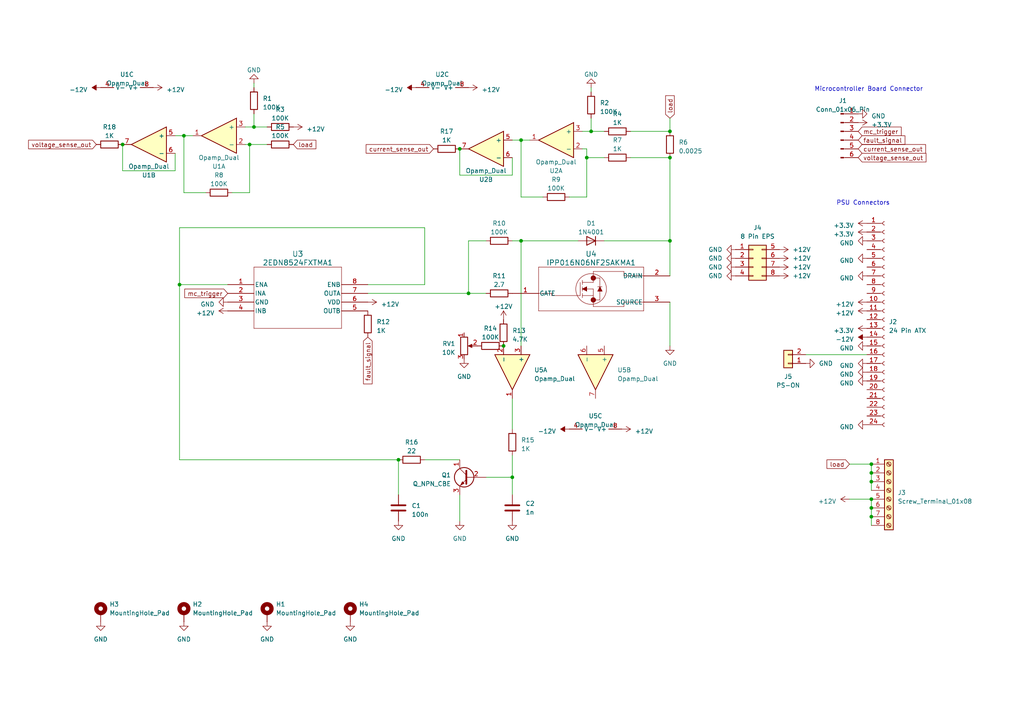
<source format=kicad_sch>
(kicad_sch (version 20231120) (generator "eeschema") (generator_version "8.0")
  (paper "A4")
  (lib_symbols
    (symbol "2EDN752x:2EDN8524FXTMA1" (pin_names (offset 0.254))
      (property "Reference" "U" (at 20.32 10.16 0))
      (property "Value" "2EDN8524FXTMA1" (at 20.32 7.62 0))
      (symbol "2EDN8524FXTMA1_0_1"
        (polyline (pts (xy 7.62 -12.7) (xy 33.02 -12.7)) (stroke (width 0.127)))
        (polyline (pts (xy 7.62 5.08) (xy 7.62 -12.7)) (stroke (width 0.127)))
        (polyline (pts (xy 33.02 -12.7) (xy 33.02 5.08)) (stroke (width 0.127)))
        (polyline (pts (xy 33.02 5.08) (xy 7.62 5.08)) (stroke (width 0.127)))
        (pin unspecified line (at 0 0 0) (length 7.62) (name "ENA") (number "1"))
        (pin unspecified line (at 0 -2.54 0) (length 7.62) (name "INA") (number "2"))
        (pin power_out line (at 0 -5.08 0) (length 7.62) (name "GND") (number "3"))
        (pin unspecified line (at 0 -7.62 0) (length 7.62) (name "INB") (number "4"))
        (pin output line (at 40.64 -7.62 180) (length 7.62) (name "OUTB") (number "5"))
        (pin power_in line (at 40.64 -5.08 180) (length 7.62) (name "VDD") (number "6"))
        (pin output line (at 40.64 -2.54 180) (length 7.62) (name "OUTA") (number "7"))
        (pin unspecified line (at 40.64 0 180) (length 7.62) (name "ENB") (number "8"))
      )
    )
    (symbol "Connector:Conn_01x06_Pin" (pin_names (offset 1.016) hide)
      (property "Reference" "J" (at 0 7.62 0))
      (property "Value" "Conn_01x06_Pin" (at 0 -10.16 0))
      (symbol "Conn_01x06_Pin_1_1"
        (polyline (pts (xy 1.27 -7.62) (xy 0.8636 -7.62)) (stroke (width 0.1524)))
        (polyline (pts (xy 1.27 -5.08) (xy 0.8636 -5.08)) (stroke (width 0.1524)))
        (polyline (pts (xy 1.27 -2.54) (xy 0.8636 -2.54)) (stroke (width 0.1524)))
        (polyline (pts (xy 1.27 0) (xy 0.8636 0)) (stroke (width 0.1524)))
        (polyline (pts (xy 1.27 2.54) (xy 0.8636 2.54)) (stroke (width 0.1524)))
        (polyline (pts (xy 1.27 5.08) (xy 0.8636 5.08)) (stroke (width 0.1524)))
        (rectangle (start 0.8636 -7.493) (end 0 -7.747) (stroke (width 0.1524)) (fill (type outline)))
        (rectangle (start 0.8636 -4.953) (end 0 -5.207) (stroke (width 0.1524)) (fill (type outline)))
        (rectangle (start 0.8636 -2.413) (end 0 -2.667) (stroke (width 0.1524)) (fill (type outline)))
        (rectangle (start 0.8636 0.127) (end 0 -0.127) (stroke (width 0.1524)) (fill (type outline)))
        (rectangle (start 0.8636 2.667) (end 0 2.413) (stroke (width 0.1524)) (fill (type outline)))
        (rectangle (start 0.8636 5.207) (end 0 4.953) (stroke (width 0.1524)) (fill (type outline)))
        (pin passive line (at 5.08 5.08 180) (length 3.81) (name "Pin_1") (number "1"))
        (pin passive line (at 5.08 2.54 180) (length 3.81) (name "Pin_2") (number "2"))
        (pin passive line (at 5.08 0 180) (length 3.81) (name "Pin_3") (number "3"))
        (pin passive line (at 5.08 -2.54 180) (length 3.81) (name "Pin_4") (number "4"))
        (pin passive line (at 5.08 -5.08 180) (length 3.81) (name "Pin_5") (number "5"))
        (pin passive line (at 5.08 -7.62 180) (length 3.81) (name "Pin_6") (number "6"))
      )
    )
    (symbol "Connector:Conn_01x24_Socket" (pin_names (offset 1.016) hide)
      (property "Reference" "J" (at 0 30.48 0))
      (property "Value" "Conn_01x24_Socket" (at 0 -33.02 0))
      (symbol "Conn_01x24_Socket_1_1"
        (arc (start 0 -29.972) (mid -0.5058 -30.48) (end 0 -30.988) (stroke (width 0.1524)))
        (arc (start 0 -27.432) (mid -0.5058 -27.94) (end 0 -28.448) (stroke (width 0.1524)))
        (arc (start 0 -24.892) (mid -0.5058 -25.4) (end 0 -25.908) (stroke (width 0.1524)))
        (arc (start 0 -22.352) (mid -0.5058 -22.86) (end 0 -23.368) (stroke (width 0.1524)))
        (arc (start 0 -19.812) (mid -0.5058 -20.32) (end 0 -20.828) (stroke (width 0.1524)))
        (arc (start 0 -17.272) (mid -0.5058 -17.78) (end 0 -18.288) (stroke (width 0.1524)))
        (arc (start 0 -14.732) (mid -0.5058 -15.24) (end 0 -15.748) (stroke (width 0.1524)))
        (arc (start 0 -12.192) (mid -0.5058 -12.7) (end 0 -13.208) (stroke (width 0.1524)))
        (arc (start 0 -9.652) (mid -0.5058 -10.16) (end 0 -10.668) (stroke (width 0.1524)))
        (arc (start 0 -7.112) (mid -0.5058 -7.62) (end 0 -8.128) (stroke (width 0.1524)))
        (arc (start 0 -4.572) (mid -0.5058 -5.08) (end 0 -5.588) (stroke (width 0.1524)))
        (arc (start 0 -2.032) (mid -0.5058 -2.54) (end 0 -3.048) (stroke (width 0.1524)))
        (polyline (pts (xy -1.27 -30.48) (xy -0.508 -30.48)) (stroke (width 0.1524)))
        (polyline (pts (xy -1.27 -27.94) (xy -0.508 -27.94)) (stroke (width 0.1524)))
        (polyline (pts (xy -1.27 -25.4) (xy -0.508 -25.4)) (stroke (width 0.1524)))
        (polyline (pts (xy -1.27 -22.86) (xy -0.508 -22.86)) (stroke (width 0.1524)))
        (polyline (pts (xy -1.27 -20.32) (xy -0.508 -20.32)) (stroke (width 0.1524)))
        (polyline (pts (xy -1.27 -17.78) (xy -0.508 -17.78)) (stroke (width 0.1524)))
        (polyline (pts (xy -1.27 -15.24) (xy -0.508 -15.24)) (stroke (width 0.1524)))
        (polyline (pts (xy -1.27 -12.7) (xy -0.508 -12.7)) (stroke (width 0.1524)))
        (polyline (pts (xy -1.27 -10.16) (xy -0.508 -10.16)) (stroke (width 0.1524)))
        (polyline (pts (xy -1.27 -7.62) (xy -0.508 -7.62)) (stroke (width 0.1524)))
        (polyline (pts (xy -1.27 -5.08) (xy -0.508 -5.08)) (stroke (width 0.1524)))
        (polyline (pts (xy -1.27 -2.54) (xy -0.508 -2.54)) (stroke (width 0.1524)))
        (polyline (pts (xy -1.27 0) (xy -0.508 0)) (stroke (width 0.1524)))
        (polyline (pts (xy -1.27 2.54) (xy -0.508 2.54)) (stroke (width 0.1524)))
        (polyline (pts (xy -1.27 5.08) (xy -0.508 5.08)) (stroke (width 0.1524)))
        (polyline (pts (xy -1.27 7.62) (xy -0.508 7.62)) (stroke (width 0.1524)))
        (polyline (pts (xy -1.27 10.16) (xy -0.508 10.16)) (stroke (width 0.1524)))
        (polyline (pts (xy -1.27 12.7) (xy -0.508 12.7)) (stroke (width 0.1524)))
        (polyline (pts (xy -1.27 15.24) (xy -0.508 15.24)) (stroke (width 0.1524)))
        (polyline (pts (xy -1.27 17.78) (xy -0.508 17.78)) (stroke (width 0.1524)))
        (polyline (pts (xy -1.27 20.32) (xy -0.508 20.32)) (stroke (width 0.1524)))
        (polyline (pts (xy -1.27 22.86) (xy -0.508 22.86)) (stroke (width 0.1524)))
        (polyline (pts (xy -1.27 25.4) (xy -0.508 25.4)) (stroke (width 0.1524)))
        (polyline (pts (xy -1.27 27.94) (xy -0.508 27.94)) (stroke (width 0.1524)))
        (arc (start 0 0.508) (mid -0.5058 0) (end 0 -0.508) (stroke (width 0.1524)))
        (arc (start 0 3.048) (mid -0.5058 2.54) (end 0 2.032) (stroke (width 0.1524)))
        (arc (start 0 5.588) (mid -0.5058 5.08) (end 0 4.572) (stroke (width 0.1524)))
        (arc (start 0 8.128) (mid -0.5058 7.62) (end 0 7.112) (stroke (width 0.1524)))
        (arc (start 0 10.668) (mid -0.5058 10.16) (end 0 9.652) (stroke (width 0.1524)))
        (arc (start 0 13.208) (mid -0.5058 12.7) (end 0 12.192) (stroke (width 0.1524)))
        (arc (start 0 15.748) (mid -0.5058 15.24) (end 0 14.732) (stroke (width 0.1524)))
        (arc (start 0 18.288) (mid -0.5058 17.78) (end 0 17.272) (stroke (width 0.1524)))
        (arc (start 0 20.828) (mid -0.5058 20.32) (end 0 19.812) (stroke (width 0.1524)))
        (arc (start 0 23.368) (mid -0.5058 22.86) (end 0 22.352) (stroke (width 0.1524)))
        (arc (start 0 25.908) (mid -0.5058 25.4) (end 0 24.892) (stroke (width 0.1524)))
        (arc (start 0 28.448) (mid -0.5058 27.94) (end 0 27.432) (stroke (width 0.1524)))
        (pin passive line (at -5.08 27.94 0) (length 3.81) (name "Pin_1") (number "1"))
        (pin passive line (at -5.08 5.08 0) (length 3.81) (name "Pin_10") (number "10"))
        (pin passive line (at -5.08 2.54 0) (length 3.81) (name "Pin_11") (number "11"))
        (pin passive line (at -5.08 0 0) (length 3.81) (name "Pin_12") (number "12"))
        (pin passive line (at -5.08 -2.54 0) (length 3.81) (name "Pin_13") (number "13"))
        (pin passive line (at -5.08 -5.08 0) (length 3.81) (name "Pin_14") (number "14"))
        (pin passive line (at -5.08 -7.62 0) (length 3.81) (name "Pin_15") (number "15"))
        (pin passive line (at -5.08 -10.16 0) (length 3.81) (name "Pin_16") (number "16"))
        (pin passive line (at -5.08 -12.7 0) (length 3.81) (name "Pin_17") (number "17"))
        (pin passive line (at -5.08 -15.24 0) (length 3.81) (name "Pin_18") (number "18"))
        (pin passive line (at -5.08 -17.78 0) (length 3.81) (name "Pin_19") (number "19"))
        (pin passive line (at -5.08 25.4 0) (length 3.81) (name "Pin_2") (number "2"))
        (pin passive line (at -5.08 -20.32 0) (length 3.81) (name "Pin_20") (number "20"))
        (pin passive line (at -5.08 -22.86 0) (length 3.81) (name "Pin_21") (number "21"))
        (pin passive line (at -5.08 -25.4 0) (length 3.81) (name "Pin_22") (number "22"))
        (pin passive line (at -5.08 -27.94 0) (length 3.81) (name "Pin_23") (number "23"))
        (pin passive line (at -5.08 -30.48 0) (length 3.81) (name "Pin_24") (number "24"))
        (pin passive line (at -5.08 22.86 0) (length 3.81) (name "Pin_3") (number "3"))
        (pin passive line (at -5.08 20.32 0) (length 3.81) (name "Pin_4") (number "4"))
        (pin passive line (at -5.08 17.78 0) (length 3.81) (name "Pin_5") (number "5"))
        (pin passive line (at -5.08 15.24 0) (length 3.81) (name "Pin_6") (number "6"))
        (pin passive line (at -5.08 12.7 0) (length 3.81) (name "Pin_7") (number "7"))
        (pin passive line (at -5.08 10.16 0) (length 3.81) (name "Pin_8") (number "8"))
        (pin passive line (at -5.08 7.62 0) (length 3.81) (name "Pin_9") (number "9"))
      )
    )
    (symbol "Connector:Screw_Terminal_01x08" (pin_names (offset 1.016) hide)
      (property "Reference" "J" (at 0 10.16 0))
      (property "Value" "Screw_Terminal_01x08" (at 0 -12.7 0))
      (symbol "Screw_Terminal_01x08_1_1"
        (rectangle (start -1.27 8.89) (end 1.27 -11.43) (stroke (width 0.254)) (fill (type background)))
        (circle (center 0 -10.16) (radius 0.635) (stroke (width 0.1524)))
        (circle (center 0 -7.62) (radius 0.635) (stroke (width 0.1524)))
        (circle (center 0 -5.08) (radius 0.635) (stroke (width 0.1524)))
        (circle (center 0 -2.54) (radius 0.635) (stroke (width 0.1524)))
        (polyline (pts (xy -0.5334 -9.8298) (xy 0.3302 -10.668)) (stroke (width 0.1524)))
        (polyline (pts (xy -0.5334 -7.2898) (xy 0.3302 -8.128)) (stroke (width 0.1524)))
        (polyline (pts (xy -0.5334 -4.7498) (xy 0.3302 -5.588)) (stroke (width 0.1524)))
        (polyline (pts (xy -0.5334 -2.2098) (xy 0.3302 -3.048)) (stroke (width 0.1524)))
        (polyline (pts (xy -0.5334 0.3302) (xy 0.3302 -0.508)) (stroke (width 0.1524)))
        (polyline (pts (xy -0.5334 2.8702) (xy 0.3302 2.032)) (stroke (width 0.1524)))
        (polyline (pts (xy -0.5334 5.4102) (xy 0.3302 4.572)) (stroke (width 0.1524)))
        (polyline (pts (xy -0.5334 7.9502) (xy 0.3302 7.112)) (stroke (width 0.1524)))
        (polyline (pts (xy -0.3556 -9.652) (xy 0.508 -10.4902)) (stroke (width 0.1524)))
        (polyline (pts (xy -0.3556 -7.112) (xy 0.508 -7.9502)) (stroke (width 0.1524)))
        (polyline (pts (xy -0.3556 -4.572) (xy 0.508 -5.4102)) (stroke (width 0.1524)))
        (polyline (pts (xy -0.3556 -2.032) (xy 0.508 -2.8702)) (stroke (width 0.1524)))
        (polyline (pts (xy -0.3556 0.508) (xy 0.508 -0.3302)) (stroke (width 0.1524)))
        (polyline (pts (xy -0.3556 3.048) (xy 0.508 2.2098)) (stroke (width 0.1524)))
        (polyline (pts (xy -0.3556 5.588) (xy 0.508 4.7498)) (stroke (width 0.1524)))
        (polyline (pts (xy -0.3556 8.128) (xy 0.508 7.2898)) (stroke (width 0.1524)))
        (circle (center 0 0) (radius 0.635) (stroke (width 0.1524)))
        (circle (center 0 2.54) (radius 0.635) (stroke (width 0.1524)))
        (circle (center 0 5.08) (radius 0.635) (stroke (width 0.1524)))
        (circle (center 0 7.62) (radius 0.635) (stroke (width 0.1524)))
        (pin passive line (at -5.08 7.62 0) (length 3.81) (name "Pin_1") (number "1"))
        (pin passive line (at -5.08 5.08 0) (length 3.81) (name "Pin_2") (number "2"))
        (pin passive line (at -5.08 2.54 0) (length 3.81) (name "Pin_3") (number "3"))
        (pin passive line (at -5.08 0 0) (length 3.81) (name "Pin_4") (number "4"))
        (pin passive line (at -5.08 -2.54 0) (length 3.81) (name "Pin_5") (number "5"))
        (pin passive line (at -5.08 -5.08 0) (length 3.81) (name "Pin_6") (number "6"))
        (pin passive line (at -5.08 -7.62 0) (length 3.81) (name "Pin_7") (number "7"))
        (pin passive line (at -5.08 -10.16 0) (length 3.81) (name "Pin_8") (number "8"))
      )
    )
    (symbol "Connector_Generic:Conn_01x02" (pin_names (offset 1.016) hide)
      (property "Reference" "J" (at 0 2.54 0))
      (property "Value" "Conn_01x02" (at 0 -5.08 0))
      (symbol "Conn_01x02_1_1"
        (rectangle (start -1.27 -2.413) (end 0 -2.667) (stroke (width 0.1524)))
        (rectangle (start -1.27 0.127) (end 0 -0.127) (stroke (width 0.1524)))
        (rectangle (start -1.27 1.27) (end 1.27 -3.81) (stroke (width 0.254)) (fill (type background)))
        (pin passive line (at -5.08 0 0) (length 3.81) (name "Pin_1") (number "1"))
        (pin passive line (at -5.08 -2.54 0) (length 3.81) (name "Pin_2") (number "2"))
      )
    )
    (symbol "Connector_Generic:Conn_02x04_Top_Bottom" (pin_names (offset 1.016) hide)
      (property "Reference" "J" (at 1.27 5.08 0))
      (property "Value" "Conn_02x04_Top_Bottom" (at 1.27 -7.62 0))
      (symbol "Conn_02x04_Top_Bottom_1_1"
        (rectangle (start -1.27 -4.953) (end 0 -5.207) (stroke (width 0.1524)))
        (rectangle (start -1.27 -2.413) (end 0 -2.667) (stroke (width 0.1524)))
        (rectangle (start -1.27 0.127) (end 0 -0.127) (stroke (width 0.1524)))
        (rectangle (start -1.27 2.667) (end 0 2.413) (stroke (width 0.1524)))
        (rectangle (start -1.27 3.81) (end 3.81 -6.35) (stroke (width 0.254)) (fill (type background)))
        (rectangle (start 3.81 -4.953) (end 2.54 -5.207) (stroke (width 0.1524)))
        (rectangle (start 3.81 -2.413) (end 2.54 -2.667) (stroke (width 0.1524)))
        (rectangle (start 3.81 0.127) (end 2.54 -0.127) (stroke (width 0.1524)))
        (rectangle (start 3.81 2.667) (end 2.54 2.413) (stroke (width 0.1524)))
        (pin passive line (at -5.08 2.54 0) (length 3.81) (name "Pin_1") (number "1"))
        (pin passive line (at -5.08 0 0) (length 3.81) (name "Pin_2") (number "2"))
        (pin passive line (at -5.08 -2.54 0) (length 3.81) (name "Pin_3") (number "3"))
        (pin passive line (at -5.08 -5.08 0) (length 3.81) (name "Pin_4") (number "4"))
        (pin passive line (at 7.62 2.54 180) (length 3.81) (name "Pin_5") (number "5"))
        (pin passive line (at 7.62 0 180) (length 3.81) (name "Pin_6") (number "6"))
        (pin passive line (at 7.62 -2.54 180) (length 3.81) (name "Pin_7") (number "7"))
        (pin passive line (at 7.62 -5.08 180) (length 3.81) (name "Pin_8") (number "8"))
      )
    )
    (symbol "Device:C" (pin_numbers hide) (pin_names (offset 0.254))
      (property "Reference" "C" (at 0.635 2.54 0))
      (property "Value" "C" (at 0.635 -2.54 0))
      (symbol "C_0_1"
        (polyline (pts (xy -2.032 -0.762) (xy 2.032 -0.762)) (stroke (width 0.508)))
        (polyline (pts (xy -2.032 0.762) (xy 2.032 0.762)) (stroke (width 0.508)))
      )
      (symbol "C_1_1"
        (pin passive line (at 0 3.81 270) (length 2.794) (name "~") (number "1"))
        (pin passive line (at 0 -3.81 90) (length 2.794) (name "~") (number "2"))
      )
    )
    (symbol "Device:Opamp_Dual"
      (property "Reference" "U" (at 0 5.08 0))
      (property "Value" "Opamp_Dual" (at 0 -5.08 0))
      (symbol "Opamp_Dual_1_1"
        (polyline (pts (xy -5.08 5.08) (xy 5.08 0) (xy -5.08 -5.08) (xy -5.08 5.08)) (stroke (width 0.254)) (fill (type background)))
        (pin output line (at 7.62 0 180) (length 2.54) (name "~") (number "1"))
        (pin input line (at -7.62 -2.54 0) (length 2.54) (name "-") (number "2"))
        (pin input line (at -7.62 2.54 0) (length 2.54) (name "+") (number "3"))
      )
      (symbol "Opamp_Dual_2_1"
        (polyline (pts (xy -5.08 5.08) (xy 5.08 0) (xy -5.08 -5.08) (xy -5.08 5.08)) (stroke (width 0.254)) (fill (type background)))
        (pin input line (at -7.62 2.54 0) (length 2.54) (name "+") (number "5"))
        (pin input line (at -7.62 -2.54 0) (length 2.54) (name "-") (number "6"))
        (pin output line (at 7.62 0 180) (length 2.54) (name "~") (number "7"))
      )
      (symbol "Opamp_Dual_3_1"
        (pin power_in line (at -2.54 -7.62 90) (length 3.81) (name "V-") (number "4"))
        (pin power_in line (at -2.54 7.62 270) (length 3.81) (name "V+") (number "8"))
      )
    )
    (symbol "Device:Q_NPN_CBE" (pin_names (offset 0) hide)
      (property "Reference" "Q" (at 5.08 1.27 0))
      (property "Value" "Q_NPN_CBE" (at 5.08 -1.27 0))
      (symbol "Q_NPN_CBE_0_1"
        (polyline (pts (xy 0.635 0.635) (xy 2.54 2.54)))
        (polyline (pts (xy 0.635 -0.635) (xy 2.54 -2.54) (xy 2.54 -2.54)))
        (polyline (pts (xy 0.635 1.905) (xy 0.635 -1.905) (xy 0.635 -1.905)) (stroke (width 0.508)))
        (polyline (pts (xy 1.27 -1.778) (xy 1.778 -1.27) (xy 2.286 -2.286) (xy 1.27 -1.778) (xy 1.27 -1.778)) (fill (type outline)))
        (circle (center 1.27 0) (radius 2.8194) (stroke (width 0.254)))
      )
      (symbol "Q_NPN_CBE_1_1"
        (pin passive line (at 2.54 5.08 270) (length 2.54) (name "C") (number "1"))
        (pin input line (at -5.08 0 0) (length 5.715) (name "B") (number "2"))
        (pin passive line (at 2.54 -5.08 90) (length 2.54) (name "E") (number "3"))
      )
    )
    (symbol "Device:R" (pin_numbers hide) (pin_names (offset 0))
      (property "Reference" "R" (at 2.032 0 90))
      (property "Value" "R" (at 0 0 90))
      (symbol "R_0_1"
        (rectangle (start -1.016 -2.54) (end 1.016 2.54) (stroke (width 0.254)))
      )
      (symbol "R_1_1"
        (pin passive line (at 0 3.81 270) (length 1.27) (name "~") (number "1"))
        (pin passive line (at 0 -3.81 90) (length 1.27) (name "~") (number "2"))
      )
    )
    (symbol "Device:R_Potentiometer" (pin_names (offset 1.016) hide)
      (property "Reference" "RV" (at -4.445 0 90))
      (property "Value" "R_Potentiometer" (at -2.54 0 90))
      (symbol "R_Potentiometer_0_1"
        (polyline (pts (xy 2.54 0) (xy 1.524 0)))
        (polyline (pts (xy 1.143 0) (xy 2.286 0.508) (xy 2.286 -0.508) (xy 1.143 0)) (fill (type outline)))
        (rectangle (start 1.016 2.54) (end -1.016 -2.54) (stroke (width 0.254)))
      )
      (symbol "R_Potentiometer_1_1"
        (pin passive line (at 0 3.81 270) (length 1.27) (name "1") (number "1"))
        (pin passive line (at 3.81 0 180) (length 1.27) (name "2") (number "2"))
        (pin passive line (at 0 -3.81 90) (length 1.27) (name "3") (number "3"))
      )
    )
    (symbol "Diode:1N4001" (pin_numbers hide) (pin_names hide)
      (property "Reference" "D" (at 0 2.54 0))
      (property "Value" "1N4001" (at 0 -2.54 0))
      (symbol "1N4001_0_1"
        (polyline (pts (xy -1.27 1.27) (xy -1.27 -1.27)) (stroke (width 0.254)))
        (polyline (pts (xy 1.27 0) (xy -1.27 0)))
        (polyline (pts (xy 1.27 1.27) (xy 1.27 -1.27) (xy -1.27 0) (xy 1.27 1.27)) (stroke (width 0.254)))
      )
      (symbol "1N4001_1_1"
        (pin passive line (at -3.81 0 0) (length 2.54) (name "K") (number "1"))
        (pin passive line (at 3.81 0 180) (length 2.54) (name "A") (number "2"))
      )
    )
    (symbol "GND_1" (power) (pin_numbers hide) (pin_names (offset 0) hide)
      (property "Value" "GND" (at 0 -3.81 0))
      (symbol "GND_1_0_1"
        (polyline (pts (xy 0 0) (xy 0 -1.27) (xy 1.27 -1.27) (xy 0 -2.54) (xy -1.27 -1.27) (xy 0 -1.27)))
      )
      (symbol "GND_1_1_1"
        (pin power_in line (at 0 0 270) (length 0) (name "~") (number "1"))
      )
    )
    (symbol "GND_2" (power) (pin_numbers hide) (pin_names (offset 0) hide)
      (property "Value" "GND" (at 0 -3.81 0))
      (symbol "GND_2_0_1"
        (polyline (pts (xy 0 0) (xy 0 -1.27) (xy 1.27 -1.27) (xy 0 -2.54) (xy -1.27 -1.27) (xy 0 -1.27)))
      )
      (symbol "GND_2_1_1"
        (pin power_in line (at 0 0 270) (length 0) (name "~") (number "1"))
      )
    )
    (symbol "IPP016N06NF2SAKMA1:IPP016N06NF2SAKMA1" (pin_names (offset 0.254))
      (property "Reference" "U" (at 22.86 12.7 0))
      (property "Value" "IPP016N06NF2SAKMA1" (at 22.86 10.16 0))
      (symbol "IPP016N06NF2SAKMA1_0_1"
        (polyline (pts (xy 7.62 -5.08) (xy 38.1 -5.08)) (stroke (width 0.127)))
        (polyline (pts (xy 7.62 7.62) (xy 7.62 -5.08)) (stroke (width 0.127)))
        (polyline (pts (xy 11.43 -0.635) (xy 11.43 0)) (stroke (width 0.127)))
        (polyline (pts (xy 11.43 0) (xy 7.62 0)) (stroke (width 0.127)))
        (polyline (pts (xy 19.685 -0.635) (xy 11.43 -0.635)) (stroke (width 0.127)))
        (polyline (pts (xy 19.685 3.175) (xy 19.685 -0.635)) (stroke (width 0.127)))
        (polyline (pts (xy 20.32 -0.635) (xy 23.495 -0.635)) (stroke (width 0.127)))
        (polyline (pts (xy 20.32 0) (xy 20.32 -1.27)) (stroke (width 0.127)))
        (polyline (pts (xy 20.32 1.27) (xy 21.59 1.905)) (stroke (width 0.127)))
        (polyline (pts (xy 20.32 1.905) (xy 20.32 0.635)) (stroke (width 0.127)))
        (polyline (pts (xy 20.32 2.54) (xy 20.32 3.81)) (stroke (width 0.127)))
        (polyline (pts (xy 20.32 3.175) (xy 23.495 3.175)) (stroke (width 0.127)))
        (polyline (pts (xy 21.59 0.635) (xy 20.32 1.27)) (stroke (width 0.127)))
        (polyline (pts (xy 21.59 1.905) (xy 21.59 0.635)) (stroke (width 0.127)))
        (polyline (pts (xy 23.495 1.27) (xy 20.32 1.27)) (stroke (width 0.127)))
        (polyline (pts (xy 23.495 1.27) (xy 23.495 -3.81)) (stroke (width 0.127)))
        (polyline (pts (xy 23.495 3.175) (xy 23.495 6.35)) (stroke (width 0.127)))
        (polyline (pts (xy 23.495 4.445) (xy 25.4 4.445)) (stroke (width 0.127)))
        (polyline (pts (xy 24.765 0.635) (xy 26.035 0.635)) (stroke (width 0.127)))
        (polyline (pts (xy 24.765 1.905) (xy 26.035 1.905)) (stroke (width 0.127)))
        (polyline (pts (xy 25.4 -1.905) (xy 23.495 -1.905)) (stroke (width 0.127)))
        (polyline (pts (xy 25.4 1.905) (xy 24.765 0.635)) (stroke (width 0.127)))
        (polyline (pts (xy 25.4 4.445) (xy 25.4 -1.905)) (stroke (width 0.127)))
        (polyline (pts (xy 26.035 0.635) (xy 25.4 1.905)) (stroke (width 0.127)))
        (polyline (pts (xy 32.385 -3.81) (xy 23.495 -3.81)) (stroke (width 0.127)))
        (polyline (pts (xy 32.385 -2.54) (xy 32.385 -3.81)) (stroke (width 0.127)))
        (polyline (pts (xy 32.385 5.08) (xy 32.385 6.35)) (stroke (width 0.127)))
        (polyline (pts (xy 32.385 6.35) (xy 23.495 6.35)) (stroke (width 0.127)))
        (polyline (pts (xy 38.1 -5.08) (xy 38.1 7.62)) (stroke (width 0.127)))
        (polyline (pts (xy 38.1 -2.54) (xy 32.385 -2.54)) (stroke (width 0.127)))
        (polyline (pts (xy 38.1 5.08) (xy 32.385 5.08)) (stroke (width 0.127)))
        (polyline (pts (xy 38.1 7.62) (xy 7.62 7.62)) (stroke (width 0.127)))
        (polyline (pts (xy 20.32 1.27) (xy 21.59 1.905) (xy 21.59 0.635)) (fill (type outline)))
        (polyline (pts (xy 24.765 0.635) (xy 26.035 0.635) (xy 25.4 1.905)) (fill (type outline)))
        (circle (center 22.86 1.27) (radius 4.445) (stroke (width 0.127)))
        (circle (center 23.495 -1.905) (radius 0.127) (stroke (width 0.635)))
        (circle (center 23.495 4.445) (radius 0.127) (stroke (width 0.635)))
        (pin unspecified line (at 0 0 0) (length 7.62) (name "GATE") (number "1"))
        (pin unspecified line (at 45.72 5.08 180) (length 7.62) (name "DRAIN") (number "2"))
        (pin unspecified line (at 45.72 -2.54 180) (length 7.62) (name "SOURCE") (number "3"))
      )
    )
    (symbol "Mechanical:MountingHole_Pad" (pin_numbers hide) (pin_names (offset 1.016) hide) (exclude_from_sim yes) (in_bom no)
      (property "Reference" "H" (at 0 6.35 0))
      (property "Value" "MountingHole_Pad" (at 0 4.445 0))
      (symbol "MountingHole_Pad_0_1"
        (circle (center 0 1.27) (radius 1.27) (stroke (width 1.27)))
      )
      (symbol "MountingHole_Pad_1_1"
        (pin input line (at 0 -2.54 90) (length 2.54) (name "1") (number "1"))
      )
    )
    (symbol "power:+12V" (power) (pin_names (offset 0))
      (property "Value" "+12V" (at 0 3.556 0))
      (symbol "+12V_0_1"
        (polyline (pts (xy -0.762 1.27) (xy 0 2.54)))
        (polyline (pts (xy 0 0) (xy 0 2.54)))
        (polyline (pts (xy 0 2.54) (xy 0.762 1.27)))
      )
      (symbol "+12V_1_1"
        (pin power_in line (at 0 0 90) (length 0) hide (name "+12V") (number "1"))
      )
    )
    (symbol "power:+3.3V" (power) (pin_names (offset 0))
      (property "Value" "+3.3V" (at 0 3.556 0))
      (symbol "+3.3V_0_1"
        (polyline (pts (xy -0.762 1.27) (xy 0 2.54)))
        (polyline (pts (xy 0 0) (xy 0 2.54)))
        (polyline (pts (xy 0 2.54) (xy 0.762 1.27)))
      )
      (symbol "+3.3V_1_1"
        (pin power_in line (at 0 0 90) (length 0) hide (name "+3.3V") (number "1"))
      )
    )
    (symbol "power:-12V" (power) (pin_names (offset 0))
      (property "Value" "-12V" (at 0 3.81 0))
      (symbol "-12V_0_0"
        (pin power_in line (at 0 0 90) (length 0) hide (name "-12V") (number "1"))
      )
      (symbol "-12V_0_1"
        (polyline (pts (xy 0 0) (xy 0 1.27) (xy 0.762 1.27) (xy 0 2.54) (xy -0.762 1.27) (xy 0 1.27)) (fill (type outline)))
      )
    )
    (symbol "power:GND" (power) (pin_names (offset 0))
      (property "Value" "GND" (at 0 -3.81 0))
      (symbol "GND_0_1"
        (polyline (pts (xy 0 0) (xy 0 -1.27) (xy 1.27 -1.27) (xy 0 -2.54) (xy -1.27 -1.27) (xy 0 -1.27)))
      )
      (symbol "GND_1_1"
        (pin power_in line (at 0 0 270) (length 0) hide (name "GND") (number "1"))
      )
    )
  )
  (junction (at 52.07 82.55))
  (junction (at 170.18 45.72))
  (junction (at 151.13 69.85))
  (junction (at 73.66 36.83))
  (junction (at 252.73 137.16))
  (junction (at 252.73 144.78))
  (junction (at 151.13 40.64))
  (junction (at 135.89 85.09))
  (junction (at 252.73 147.32))
  (junction (at 72.39 41.91))
  (junction (at 252.73 139.7))
  (junction (at 53.34 39.37))
  (junction (at 171.45 38.1))
  (junction (at 133.35 43.18))
  (junction (at 252.73 134.62))
  (junction (at 194.31 45.72))
  (junction (at 146.05 100.33))
  (junction (at 148.59 138.43))
  (junction (at 115.57 133.35))
  (junction (at 194.31 38.1))
  (junction (at 252.73 149.86))
  (junction (at 194.31 69.85))
  (junction (at 35.56 41.91))
  (wire (pts (xy 194.31 87.63) (xy 194.31 100.33)))
  (wire (pts (xy 106.68 85.09) (xy 135.89 85.09)))
  (wire (pts (xy 133.35 151.13) (xy 133.35 143.51)))
  (wire (pts (xy 252.73 149.86) (xy 252.73 152.4)))
  (wire (pts (xy 52.07 82.55) (xy 52.07 66.04)))
  (wire (pts (xy 170.18 45.72) (xy 175.26 45.72)))
  (wire (pts (xy 168.91 38.1) (xy 171.45 38.1)))
  (wire (pts (xy 175.26 69.85) (xy 194.31 69.85)))
  (wire (pts (xy 53.34 55.88) (xy 59.69 55.88)))
  (wire (pts (xy 252.73 137.16) (xy 252.73 139.7)))
  (wire (pts (xy 182.88 38.1) (xy 194.31 38.1)))
  (wire (pts (xy 67.31 55.88) (xy 72.39 55.88)))
  (wire (pts (xy 123.19 66.04) (xy 123.19 82.55)))
  (wire (pts (xy 71.12 41.91) (xy 72.39 41.91)))
  (wire (pts (xy 52.07 133.35) (xy 52.07 82.55)))
  (wire (pts (xy 182.88 45.72) (xy 194.31 45.72)))
  (wire (pts (xy 73.66 33.02) (xy 73.66 36.83)))
  (wire (pts (xy 123.19 133.35) (xy 133.35 133.35)))
  (wire (pts (xy 135.89 69.85) (xy 135.89 85.09)))
  (wire (pts (xy 72.39 41.91) (xy 77.47 41.91)))
  (wire (pts (xy 148.59 115.57) (xy 148.59 124.46)))
  (wire (pts (xy 123.19 82.55) (xy 106.68 82.55)))
  (wire (pts (xy 52.07 82.55) (xy 66.04 82.55)))
  (wire (pts (xy 53.34 39.37) (xy 55.88 39.37)))
  (wire (pts (xy 252.73 144.78) (xy 252.73 147.32)))
  (wire (pts (xy 72.39 55.88) (xy 72.39 41.91)))
  (wire (pts (xy 148.59 50.8) (xy 133.35 50.8)))
  (wire (pts (xy 246.38 134.62) (xy 252.73 134.62)))
  (wire (pts (xy 194.31 45.72) (xy 194.31 69.85)))
  (wire (pts (xy 73.66 25.4) (xy 73.66 24.13)))
  (wire (pts (xy 252.73 134.62) (xy 252.73 137.16)))
  (wire (pts (xy 194.31 69.85) (xy 194.31 80.01)))
  (wire (pts (xy 151.13 69.85) (xy 151.13 100.33)))
  (wire (pts (xy 148.59 132.08) (xy 148.59 138.43)))
  (wire (pts (xy 148.59 69.85) (xy 151.13 69.85)))
  (wire (pts (xy 233.68 102.87) (xy 251.46 102.87)))
  (wire (pts (xy 246.38 144.78) (xy 252.73 144.78)))
  (wire (pts (xy 50.8 44.45) (xy 50.8 49.53)))
  (wire (pts (xy 170.18 57.15) (xy 170.18 45.72)))
  (wire (pts (xy 171.45 26.67) (xy 171.45 25.4)))
  (wire (pts (xy 168.91 43.18) (xy 170.18 43.18)))
  (wire (pts (xy 135.89 85.09) (xy 140.97 85.09)))
  (wire (pts (xy 151.13 57.15) (xy 157.48 57.15)))
  (wire (pts (xy 165.1 57.15) (xy 170.18 57.15)))
  (wire (pts (xy 252.73 147.32) (xy 252.73 149.86)))
  (wire (pts (xy 73.66 36.83) (xy 77.47 36.83)))
  (wire (pts (xy 148.59 138.43) (xy 148.59 143.51)))
  (wire (pts (xy 151.13 69.85) (xy 167.64 69.85)))
  (wire (pts (xy 71.12 36.83) (xy 73.66 36.83)))
  (wire (pts (xy 115.57 133.35) (xy 52.07 133.35)))
  (wire (pts (xy 151.13 40.64) (xy 151.13 57.15)))
  (wire (pts (xy 140.97 69.85) (xy 135.89 69.85)))
  (wire (pts (xy 50.8 49.53) (xy 35.56 49.53)))
  (wire (pts (xy 171.45 38.1) (xy 175.26 38.1)))
  (wire (pts (xy 53.34 39.37) (xy 53.34 55.88)))
  (wire (pts (xy 35.56 41.91) (xy 35.56 49.53)))
  (wire (pts (xy 170.18 45.72) (xy 170.18 43.18)))
  (wire (pts (xy 151.13 40.64) (xy 153.67 40.64)))
  (wire (pts (xy 148.59 45.72) (xy 148.59 50.8)))
  (wire (pts (xy 52.07 66.04) (xy 123.19 66.04)))
  (wire (pts (xy 115.57 133.35) (xy 115.57 143.51)))
  (wire (pts (xy 133.35 43.18) (xy 133.35 50.8)))
  (wire (pts (xy 50.8 39.37) (xy 53.34 39.37)))
  (wire (pts (xy 151.13 40.64) (xy 148.59 40.64)))
  (wire (pts (xy 252.73 139.7) (xy 252.73 142.24)))
  (wire (pts (xy 148.59 138.43) (xy 140.97 138.43)))
  (wire (pts (xy 194.31 34.29) (xy 194.31 38.1)))
  (wire (pts (xy 171.45 34.29) (xy 171.45 38.1)))
  (text "PSU Connectors" (at 242.57 59.69 0) (effects (font (size 1.27 1.27)) (justify left bottom)))
  (text "Microcontroller Board Connector" (at 236.22 26.67 0) (effects (font (size 1.27 1.27)) (justify left bottom)))
  (global_label "voltage_sense_out" (shape input) (at 248.92 45.72 0) (property "Intersheetrefs" "${INTERSHEET_REFS}" (effects (hide yes))))
  (global_label "current_sense_out" (shape input) (at 125.73 43.18 180) (property "Intersheetrefs" "${INTERSHEET_REFS}" (effects (hide yes))))
  (global_label "load" (shape input) (at 246.38 134.62 180) (property "Intersheetrefs" "${INTERSHEET_REFS}" (effects (hide yes))))
  (global_label "fault_signal" (shape input) (at 248.92 40.64 0) (property "Intersheetrefs" "${INTERSHEET_REFS}" (effects (hide yes))))
  (global_label "mc_trigger" (shape input) (at 248.92 38.1 0) (property "Intersheetrefs" "${INTERSHEET_REFS}" (effects (hide yes))))
  (global_label "load" (shape input) (at 194.31 34.29 90) (property "Intersheetrefs" "${INTERSHEET_REFS}" (effects (hide yes))))
  (global_label "mc_trigger" (shape input) (at 66.04 85.09 180) (property "Intersheetrefs" "${INTERSHEET_REFS}" (effects (hide yes))))
  (global_label "voltage_sense_out" (shape input) (at 27.94 41.91 180) (property "Intersheetrefs" "${INTERSHEET_REFS}" (effects (hide yes))))
  (global_label "current_sense_out" (shape input) (at 248.92 43.18 0) (property "Intersheetrefs" "${INTERSHEET_REFS}" (effects (hide yes))))
  (global_label "fault_signal" (shape input) (at 106.68 97.79 270) (property "Intersheetrefs" "${INTERSHEET_REFS}" (effects (hide yes))))
  (global_label "load" (shape input) (at 85.09 41.91 0) (property "Intersheetrefs" "${INTERSHEET_REFS}" (effects (hide yes))))
  (symbol (lib_id "Device:R") (at 81.28 41.91 270) (unit 1)
    (property "Reference" "R5" (at 81.28 36.83 90))
    (property "Value" "100K" (at 81.28 39.37 90))
    (property "Footprint" "Resistor_SMD:R_0805_2012Metric_Pad1.20x1.40mm_HandSolder" (effects (hide yes)))
  )
  (symbol (lib_id "Mechanical:MountingHole_Pad") (at 29.21 177.8 0) (unit 1) (exclude_from_sim yes) (in_bom no)
    (property "Reference" "H3" (at 31.75 175.2599 0) (effects (justify left)))
    (property "Value" "MountingHole_Pad" (at 31.75 177.7999 0) (effects (justify left)))
    (property "Footprint" "MountingHole:MountingHole_3.2mm_M3_ISO7380_Pad" (effects (hide yes)))
    (property "Description" "Mounting Hole with connection" (effects (hide yes)))
  )
  (symbol (lib_id "power:+12V") (at 135.89 25.4 270) (unit 1)
    (property "Reference" "#PWR05" (effects (hide yes)))
    (property "Value" "+12V" (at 139.7 26.035 90) (effects (justify left)))
  )
  (symbol (lib_id "Device:R") (at 129.54 43.18 270) (unit 1)
    (property "Reference" "R17" (at 129.54 38.1 90))
    (property "Value" "1K" (at 129.54 40.64 90))
    (property "Footprint" "Resistor_SMD:R_0805_2012Metric_Pad1.20x1.40mm_HandSolder" (effects (hide yes)))
  )
  (symbol (lib_id "power:+12V") (at 226.06 80.01 270) (unit 1)
    (property "Reference" "#PWR048" (effects (hide yes)))
    (property "Value" "+12V" (at 229.87 80.0099 90) (effects (justify left)))
  )
  (symbol (lib_id "Device:R") (at 179.07 38.1 270) (unit 1)
    (property "Reference" "R4" (at 179.07 33.02 90))
    (property "Value" "1K" (at 179.07 35.56 90))
    (property "Footprint" "Resistor_SMD:R_0805_2012Metric_Pad1.20x1.40mm_HandSolder" (effects (hide yes)))
  )
  (symbol (lib_id "IPP016N06NF2SAKMA1:IPP016N06NF2SAKMA1") (at 148.59 85.09 0) (unit 1)
    (property "Reference" "U4" (at 171.45 73.66 0) (effects (font (size 1.524 1.524))))
    (property "Value" "IPP016N06NF2SAKMA1" (at 171.45 76.2 0) (effects (font (size 1.524 1.524))))
    (property "Footprint" "Package_TO_SOT_THT:TO-220-3_Horizontal_TabDown" (effects (hide yes)))
    (property "Datasheet" "IPP016N06NF2SAKMA1" (effects (hide yes)))
  )
  (symbol (lib_id "Device:R") (at 142.24 100.33 270) (unit 1)
    (property "Reference" "R14" (at 142.24 95.25 90))
    (property "Value" "100K" (at 142.24 97.79 90))
    (property "Footprint" "Resistor_SMD:R_0805_2012Metric_Pad1.20x1.40mm_HandSolder" (effects (hide yes)))
  )
  (symbol (lib_id "power:GND") (at 115.57 151.13 0) (unit 1)
    (property "Reference" "#PWR037" (effects (hide yes)))
    (property "Value" "GND" (at 115.57 156.21 0))
  )
  (symbol (lib_id "power:+12V") (at 251.46 90.17 90) (unit 1)
    (property "Reference" "#PWR019" (effects (hide yes)))
    (property "Value" "+12V" (at 247.65 90.805 90) (effects (justify left)))
  )
  (symbol (lib_id "power:GND") (at 251.46 105.41 270) (unit 1)
    (property "Reference" "#PWR027" (effects (hide yes)))
    (property "Value" "GND" (at 247.65 106.045 90) (effects (justify right)))
  )
  (symbol (lib_id "Device:C") (at 148.59 147.32 180) (unit 1)
    (property "Reference" "C2" (at 152.4 146.0499 0) (effects (justify right)))
    (property "Value" "1n" (at 152.4 148.5899 0) (effects (justify right)))
    (property "Footprint" "Capacitor_SMD:C_0805_2012Metric_Pad1.18x1.45mm_HandSolder" (effects (hide yes)))
  )
  (symbol (lib_id "2EDN752x:2EDN8524FXTMA1") (at 66.04 82.55 0) (unit 1)
    (property "Reference" "U3" (at 86.36 73.66 0) (effects (font (size 1.524 1.524))))
    (property "Value" "2EDN8524FXTMA1" (at 86.36 76.2 0) (effects (font (size 1.524 1.524))))
    (property "Footprint" "Home_Made:Infineon_PG-DSO-8-60" (effects (hide yes)))
    (property "Datasheet" "2EDN8524FXTMA1" (effects (hide yes)))
  )
  (symbol (lib_id "power:+12V") (at 180.34 124.46 270) (unit 1)
    (property "Reference" "#PWR032" (effects (hide yes)))
    (property "Value" "+12V" (at 184.15 125.095 90) (effects (justify left)))
  )
  (symbol (lib_id "Mechanical:MountingHole_Pad") (at 53.34 177.8 0) (unit 1) (exclude_from_sim yes) (in_bom no)
    (property "Reference" "H2" (at 55.88 175.2599 0) (effects (justify left)))
    (property "Value" "MountingHole_Pad" (at 55.88 177.7999 0) (effects (justify left)))
    (property "Footprint" "MountingHole:MountingHole_3.2mm_M3_ISO7380_Pad" (effects (hide yes)))
    (property "Description" "Mounting Hole with connection" (effects (hide yes)))
  )
  (symbol (lib_id "Device:R") (at 148.59 128.27 0) (unit 1)
    (property "Reference" "R15" (at 151.13 127.635 0) (effects (justify left)))
    (property "Value" "1K" (at 151.13 130.175 0) (effects (justify left)))
    (property "Footprint" "Resistor_SMD:R_0805_2012Metric_Pad1.20x1.40mm_HandSolder" (effects (hide yes)))
  )
  (symbol (lib_id "power:GND") (at 248.92 33.02 90) (unit 1)
    (property "Reference" "#PWR08" (effects (hide yes)))
    (property "Value" "GND" (at 252.73 33.655 90) (effects (justify right)))
  )
  (symbol (lib_id "power:+12V") (at 66.04 90.17 90) (unit 1)
    (property "Reference" "#PWR018" (effects (hide yes)))
    (property "Value" "+12V" (at 62.23 90.805 90) (effects (justify left)))
  )
  (symbol (lib_id "Mechanical:MountingHole_Pad") (at 77.47 177.8 0) (unit 1) (exclude_from_sim yes) (in_bom no)
    (property "Reference" "H1" (at 80.01 175.2599 0) (effects (justify left)))
    (property "Value" "MountingHole_Pad" (at 80.01 177.7999 0) (effects (justify left)))
    (property "Footprint" "MountingHole:MountingHole_3.2mm_M3_ISO7380_Pad" (effects (hide yes)))
    (property "Description" "Mounting Hole with connection" (effects (hide yes)))
  )
  (symbol (lib_id "Connector_Generic:Conn_01x02") (at 228.6 105.41 180) (unit 1)
    (property "Reference" "J5" (at 228.6 109.22 0))
    (property "Value" "PS-ON" (at 228.6 111.76 0))
    (property "Footprint" "Connector_PinHeader_2.54mm:PinHeader_1x02_P2.54mm_Vertical" (effects (hide yes)))
    (property "Description" "Generic connector, single row, 01x02, script generated (kicad-library-utils/schlib/autogen/connector/)" (effects (hide yes)))
  )
  (symbol (lib_id "power:GND") (at 251.46 123.19 270) (unit 1)
    (property "Reference" "#PWR030" (effects (hide yes)))
    (property "Value" "GND" (at 247.65 123.825 90) (effects (justify right)))
  )
  (symbol (lib_id "Device:R") (at 106.68 93.98 0) (unit 1)
    (property "Reference" "R12" (at 109.22 93.345 0) (effects (justify left)))
    (property "Value" "1K" (at 109.22 95.885 0) (effects (justify left)))
    (property "Footprint" "Resistor_SMD:R_0805_2012Metric_Pad1.20x1.40mm_HandSolder" (effects (hide yes)))
  )
  (symbol (lib_id "Device:Opamp_Dual") (at 128.27 27.94 270) (unit 3)
    (property "Reference" "U2" (at 128.27 21.59 90))
    (property "Value" "Opamp_Dual" (at 128.27 24.13 90))
    (property "Footprint" "Package_SO:SOIC-8_3.9x4.9mm_P1.27mm" (effects (hide yes)))
  )
  (symbol (lib_id "power:GND") (at 233.68 105.41 90) (unit 1)
    (property "Reference" "#PWR049" (effects (hide yes)))
    (property "Value" "GND" (at 237.49 105.4099 90) (effects (justify right)))
  )
  (symbol (lib_id "power:+12V") (at 146.05 92.71 0) (unit 1)
    (property "Reference" "#PWR020" (effects (hide yes)))
    (property "Value" "+12V" (at 146.05 88.9 0))
  )
  (symbol (lib_id "power:+12V") (at 226.06 72.39 270) (unit 1)
    (property "Reference" "#PWR045" (effects (hide yes)))
    (property "Value" "+12V" (at 229.87 72.3899 90) (effects (justify left)))
  )
  (symbol (lib_id "power:GND") (at 171.45 25.4 180) (unit 1)
    (property "Reference" "#PWR06" (effects (hide yes)))
    (property "Value" "GND" (at 171.45 21.59 0))
  )
  (symbol (lib_id "power:GND") (at 148.59 151.13 0) (unit 1)
    (property "Reference" "#PWR039" (effects (hide yes)))
    (property "Value" "GND" (at 148.59 156.21 0))
  )
  (symbol (lib_id "power:+12V") (at 106.68 87.63 270) (unit 1)
    (property "Reference" "#PWR016" (effects (hide yes)))
    (property "Value" "+12V" (at 110.49 88.265 90) (effects (justify left)))
  )
  (symbol (lib_id "Device:Opamp_Dual") (at 172.72 107.95 270) (unit 2)
    (property "Reference" "U5" (at 179.07 107.315 90) (effects (justify left)))
    (property "Value" "Opamp_Dual" (at 179.07 109.855 90) (effects (justify left)))
    (property "Footprint" "Package_SO:SOIC-8_3.9x4.9mm_P1.27mm" (effects (hide yes)))
  )
  (symbol (lib_id "Device:Opamp_Dual") (at 36.83 27.94 270) (unit 3)
    (property "Reference" "U1" (at 36.83 21.59 90))
    (property "Value" "Opamp_Dual" (at 36.83 24.13 90))
    (property "Footprint" "Package_SO:SOIC-8_3.9x4.9mm_P1.27mm" (effects (hide yes)))
  )
  (symbol (lib_id "power:GND") (at 134.62 104.14 0) (unit 1)
    (property "Reference" "#PWR026" (effects (hide yes)))
    (property "Value" "GND" (at 134.62 109.22 0))
  )
  (symbol (lib_id "power:+12V") (at 226.06 77.47 270) (unit 1)
    (property "Reference" "#PWR047" (effects (hide yes)))
    (property "Value" "+12V" (at 229.87 77.4699 90) (effects (justify left)))
  )
  (symbol (lib_id "Connector:Conn_01x06_Pin") (at 243.84 38.1 0) (unit 1)
    (property "Reference" "J1" (at 244.475 29.21 0))
    (property "Value" "Conn_01x06_Pin" (at 244.475 31.75 0))
    (property "Footprint" "Connector_PinHeader_2.54mm:PinHeader_1x06_P2.54mm_Vertical" (effects (hide yes)))
  )
  (symbol (lib_name "GND_2") (lib_id "power:GND") (at 213.36 77.47 270) (unit 1)
    (property "Reference" "#PWR043" (effects (hide yes)))
    (property "Value" "GND" (at 209.55 77.4699 90) (effects (justify right)))
    (property "Description" "Power symbol creates a global label with name \"GND\" , ground" (effects (hide yes)))
  )
  (symbol (lib_id "Device:Opamp_Dual") (at 172.72 127 270) (unit 3)
    (property "Reference" "U5" (at 172.72 120.65 90))
    (property "Value" "Opamp_Dual" (at 172.72 123.19 90))
    (property "Footprint" "Package_SO:SOIC-8_3.9x4.9mm_P1.27mm" (effects (hide yes)))
  )
  (symbol (lib_id "power:+12V") (at 226.06 74.93 270) (unit 1)
    (property "Reference" "#PWR046" (effects (hide yes)))
    (property "Value" "+12V" (at 229.87 74.9299 90) (effects (justify left)))
  )
  (symbol (lib_id "Device:C") (at 115.57 147.32 0) (unit 1)
    (property "Reference" "C1" (at 119.38 146.685 0) (effects (justify left)))
    (property "Value" "100n" (at 119.38 149.225 0) (effects (justify left)))
    (property "Footprint" "Capacitor_SMD:C_0805_2012Metric_Pad1.18x1.45mm_HandSolder" (effects (hide yes)))
  )
  (symbol (lib_id "Device:R") (at 73.66 29.21 0) (unit 1)
    (property "Reference" "R1" (at 76.2 28.575 0) (effects (justify left)))
    (property "Value" "100K" (at 76.2 31.115 0) (effects (justify left)))
    (property "Footprint" "Resistor_SMD:R_0805_2012Metric_Pad1.20x1.40mm_HandSolder" (effects (hide yes)))
  )
  (symbol (lib_id "Device:R") (at 161.29 57.15 270) (unit 1)
    (property "Reference" "R9" (at 161.29 52.07 90))
    (property "Value" "100K" (at 161.29 54.61 90))
    (property "Footprint" "Resistor_SMD:R_0805_2012Metric_Pad1.20x1.40mm_HandSolder" (effects (hide yes)))
  )
  (symbol (lib_id "power:+12V") (at 246.38 144.78 90) (unit 1)
    (property "Reference" "#PWR033" (effects (hide yes)))
    (property "Value" "+12V" (at 242.57 145.415 90) (effects (justify left)))
  )
  (symbol (lib_id "power:-12V") (at 251.46 97.79 90) (unit 1)
    (property "Reference" "#PWR023" (effects (hide yes)))
    (property "Value" "-12V" (at 247.65 98.425 90) (effects (justify left)))
  )
  (symbol (lib_id "Device:Opamp_Dual") (at 63.5 39.37 0) (mirror y) (unit 1)
    (property "Reference" "U1" (at 63.5 48.26 0))
    (property "Value" "Opamp_Dual" (at 63.5 45.72 0))
    (property "Footprint" "Package_SO:SOIC-8_3.9x4.9mm_P1.27mm" (effects (hide yes)))
  )
  (symbol (lib_id "power:+12V") (at 44.45 25.4 270) (unit 1)
    (property "Reference" "#PWR03" (effects (hide yes)))
    (property "Value" "+12V" (at 48.26 26.035 90) (effects (justify left)))
  )
  (symbol (lib_id "power:+12V") (at 85.09 36.83 270) (unit 1)
    (property "Reference" "#PWR07" (effects (hide yes)))
    (property "Value" "+12V" (at 88.9 37.465 90) (effects (justify left)))
  )
  (symbol (lib_id "power:GND") (at 73.66 24.13 180) (unit 1)
    (property "Reference" "#PWR01" (effects (hide yes)))
    (property "Value" "GND" (at 73.66 20.32 0))
  )
  (symbol (lib_id "Mechanical:MountingHole_Pad") (at 101.6 177.8 0) (unit 1) (exclude_from_sim yes) (in_bom no)
    (property "Reference" "H4" (at 104.14 175.2599 0) (effects (justify left)))
    (property "Value" "MountingHole_Pad" (at 104.14 177.7999 0) (effects (justify left)))
    (property "Footprint" "MountingHole:MountingHole_3.2mm_M3_ISO7380_Pad" (effects (hide yes)))
    (property "Description" "Mounting Hole with connection" (effects (hide yes)))
  )
  (symbol (lib_id "Device:R") (at 144.78 69.85 270) (unit 1)
    (property "Reference" "R10" (at 144.78 64.77 90))
    (property "Value" "100K" (at 144.78 67.31 90))
    (property "Footprint" "Resistor_SMD:R_0805_2012Metric_Pad1.20x1.40mm_HandSolder" (effects (hide yes)))
  )
  (symbol (lib_id "Diode:1N4001") (at 171.45 69.85 0) (mirror y) (unit 1)
    (property "Reference" "D1" (at 171.45 64.77 0))
    (property "Value" "1N4001" (at 171.45 67.31 0))
    (property "Footprint" "Diode_SMD:D_0805_2012Metric_Pad1.15x1.40mm_HandSolder" (effects (hide yes)))
    (property "Datasheet" "http://www.vishay.com/docs/88503/1n4001.pdf" (effects (hide yes)))
    (property "Sim.Device" "D" (effects (hide yes)))
    (property "Sim.Pins" "1=K 2=A" (effects (hide yes)))
  )
  (symbol (lib_id "power:GND") (at 251.46 80.01 270) (unit 1)
    (property "Reference" "#PWR014" (effects (hide yes)))
    (property "Value" "GND" (at 247.65 80.645 90) (effects (justify right)))
  )
  (symbol (lib_id "Device:Q_NPN_CBE") (at 135.89 138.43 0) (mirror y) (unit 1)
    (property "Reference" "Q1" (at 130.81 137.795 0) (effects (justify left)))
    (property "Value" "Q_NPN_CBE" (at 130.81 140.335 0) (effects (justify left)))
    (property "Footprint" "Package_TO_SOT_SMD:SOT-23" (effects (hide yes)))
  )
  (symbol (lib_name "GND_1") (lib_id "power:GND") (at 77.47 180.34 0) (unit 1)
    (property "Reference" "#PWR036" (effects (hide yes)))
    (property "Value" "GND" (at 77.47 185.42 0))
    (property "Description" "Power symbol creates a global label with name \"GND\" , ground" (effects (hide yes)))
  )
  (symbol (lib_id "Device:R") (at 144.78 85.09 270) (unit 1)
    (property "Reference" "R11" (at 144.78 80.01 90))
    (property "Value" "2.7" (at 144.78 82.55 90))
    (property "Footprint" "Resistor_SMD:R_0805_2012Metric_Pad1.20x1.40mm_HandSolder" (effects (hide yes)))
  )
  (symbol (lib_name "GND_2") (lib_id "power:GND") (at 213.36 72.39 270) (unit 1)
    (property "Reference" "#PWR041" (effects (hide yes)))
    (property "Value" "GND" (at 209.55 72.3899 90) (effects (justify right)))
    (property "Description" "Power symbol creates a global label with name \"GND\" , ground" (effects (hide yes)))
  )
  (symbol (lib_id "power:+3.3V") (at 248.92 35.56 270) (unit 1)
    (property "Reference" "#PWR09" (effects (hide yes)))
    (property "Value" "+3.3V" (at 252.73 36.195 90) (effects (justify left)))
  )
  (symbol (lib_id "power:GND") (at 133.35 151.13 0) (unit 1)
    (property "Reference" "#PWR038" (effects (hide yes)))
    (property "Value" "GND" (at 133.35 156.21 0))
  )
  (symbol (lib_id "Device:R") (at 179.07 45.72 270) (unit 1)
    (property "Reference" "R7" (at 179.07 40.64 90))
    (property "Value" "1K" (at 179.07 43.18 90))
    (property "Footprint" "Resistor_SMD:R_0805_2012Metric_Pad1.20x1.40mm_HandSolder" (effects (hide yes)))
  )
  (symbol (lib_id "power:GND") (at 251.46 74.93 270) (unit 1)
    (property "Reference" "#PWR013" (effects (hide yes)))
    (property "Value" "GND" (at 247.65 75.565 90) (effects (justify right)))
  )
  (symbol (lib_id "power:+12V") (at 251.46 87.63 90) (unit 1)
    (property "Reference" "#PWR017" (effects (hide yes)))
    (property "Value" "+12V" (at 247.65 88.265 90) (effects (justify left)))
  )
  (symbol (lib_id "Connector_Generic:Conn_02x04_Top_Bottom") (at 218.44 74.93 0) (unit 1)
    (property "Reference" "J4" (at 219.71 66.04 0))
    (property "Value" "8 Pin EPS" (at 219.71 68.58 0))
    (property "Footprint" "Connector_Molex:Molex_Mini-Fit_Jr_5566-08A_2x04_P4.20mm_Vertical" (effects (hide yes)))
    (property "Description" "Generic connector, double row, 02x04, top/bottom pin numbering scheme (row 1: 1...pins_per_row, row2: pins_per_row+1 ... num_pins), script generated (kicad-library-utils/schlib/autogen/connector/)" (effects (hide yes)))
  )
  (symbol (lib_id "power:GND") (at 251.46 69.85 270) (unit 1)
    (property "Reference" "#PWR012" (effects (hide yes)))
    (property "Value" "GND" (at 247.65 70.485 90) (effects (justify right)))
  )
  (symbol (lib_id "Device:Opamp_Dual") (at 148.59 107.95 270) (unit 1)
    (property "Reference" "U5" (at 154.94 107.315 90) (effects (justify left)))
    (property "Value" "Opamp_Dual" (at 154.94 109.855 90) (effects (justify left)))
    (property "Footprint" "Package_SO:SOIC-8_3.9x4.9mm_P1.27mm" (effects (hide yes)))
  )
  (symbol (lib_id "Device:R") (at 119.38 133.35 270) (unit 1)
    (property "Reference" "R16" (at 119.38 128.27 90))
    (property "Value" "22" (at 119.38 130.81 90))
    (property "Footprint" "Resistor_SMD:R_0805_2012Metric_Pad1.20x1.40mm_HandSolder" (effects (hide yes)))
  )
  (symbol (lib_id "Device:Opamp_Dual") (at 140.97 43.18 0) (mirror y) (unit 2)
    (property "Reference" "U2" (at 140.97 52.07 0))
    (property "Value" "Opamp_Dual" (at 140.97 49.53 0))
    (property "Footprint" "Package_SO:SOIC-8_3.9x4.9mm_P1.27mm" (effects (hide yes)))
  )
  (symbol (lib_id "power:-12V") (at 165.1 124.46 90) (unit 1)
    (property "Reference" "#PWR031" (effects (hide yes)))
    (property "Value" "-12V" (at 161.29 125.095 90) (effects (justify left)))
  )
  (symbol (lib_id "power:GND") (at 251.46 110.49 270) (unit 1)
    (property "Reference" "#PWR029" (effects (hide yes)))
    (property "Value" "GND" (at 247.65 111.125 90) (effects (justify right)))
  )
  (symbol (lib_id "Device:R") (at 31.75 41.91 270) (unit 1)
    (property "Reference" "R18" (at 31.75 36.83 90))
    (property "Value" "1K" (at 31.75 39.37 90))
    (property "Footprint" "Resistor_SMD:R_0805_2012Metric_Pad1.20x1.40mm_HandSolder" (effects (hide yes)))
  )
  (symbol (lib_name "GND_1") (lib_id "power:GND") (at 101.6 180.34 0) (unit 1)
    (property "Reference" "#PWR040" (effects (hide yes)))
    (property "Value" "GND" (at 101.6 185.42 0))
    (property "Description" "Power symbol creates a global label with name \"GND\" , ground" (effects (hide yes)))
  )
  (symbol (lib_name "GND_2") (lib_id "power:GND") (at 213.36 80.01 270) (unit 1)
    (property "Reference" "#PWR044" (effects (hide yes)))
    (property "Value" "GND" (at 209.55 80.0099 90) (effects (justify right)))
    (property "Description" "Power symbol creates a global label with name \"GND\" , ground" (effects (hide yes)))
  )
  (symbol (lib_id "Device:Opamp_Dual") (at 161.29 40.64 0) (mirror y) (unit 1)
    (property "Reference" "U2" (at 161.29 49.53 0))
    (property "Value" "Opamp_Dual" (at 161.29 46.99 0))
    (property "Footprint" "Package_SO:SOIC-8_3.9x4.9mm_P1.27mm" (effects (hide yes)))
  )
  (symbol (lib_id "power:GND") (at 251.46 107.95 270) (unit 1)
    (property "Reference" "#PWR028" (effects (hide yes)))
    (property "Value" "GND" (at 247.65 108.585 90) (effects (justify right)))
  )
  (symbol (lib_name "GND_2") (lib_id "power:GND") (at 213.36 74.93 270) (unit 1)
    (property "Reference" "#PWR042" (effects (hide yes)))
    (property "Value" "GND" (at 209.55 74.9299 90) (effects (justify right)))
    (property "Description" "Power symbol creates a global label with name \"GND\" , ground" (effects (hide yes)))
  )
  (symbol (lib_id "power:GND") (at 251.46 100.33 270) (unit 1)
    (property "Reference" "#PWR025" (effects (hide yes)))
    (property "Value" "GND" (at 247.65 100.965 90) (effects (justify right)))
  )
  (symbol (lib_id "power:+3.3V") (at 251.46 95.25 90) (unit 1)
    (property "Reference" "#PWR022" (effects (hide yes)))
    (property "Value" "+3.3V" (at 247.65 95.885 90) (effects (justify left)))
  )
  (symbol (lib_id "Device:R") (at 63.5 55.88 270) (unit 1)
    (property "Reference" "R8" (at 63.5 50.8 90))
    (property "Value" "100K" (at 63.5 53.34 90))
    (property "Footprint" "Resistor_SMD:R_0805_2012Metric_Pad1.20x1.40mm_HandSolder" (effects (hide yes)))
  )
  (symbol (lib_id "Device:R_Potentiometer") (at 134.62 100.33 0) (unit 1)
    (property "Reference" "RV1" (at 132.08 99.695 0) (effects (justify right)))
    (property "Value" "10K" (at 132.08 102.235 0) (effects (justify right)))
    (property "Footprint" "Potentiometer_SMD:Potentiometer_Bourns_3224W_Vertical" (effects (hide yes)))
  )
  (symbol (lib_id "Device:R") (at 81.28 36.83 270) (unit 1)
    (property "Reference" "R3" (at 81.28 31.75 90))
    (property "Value" "100K" (at 81.28 34.29 90))
    (property "Footprint" "Resistor_SMD:R_0805_2012Metric_Pad1.20x1.40mm_HandSolder" (effects (hide yes)))
  )
  (symbol (lib_id "Connector:Screw_Terminal_01x08") (at 257.81 142.24 0) (unit 1)
    (property "Reference" "J3" (at 260.35 142.875 0) (effects (justify left)))
    (property "Value" "Screw_Terminal_01x08" (at 260.35 145.415 0) (effects (justify left)))
    (property "Footprint" "Home_Made:YK4410403000G" (effects (hide yes)))
  )
  (symbol (lib_id "power:GND") (at 66.04 87.63 270) (unit 1)
    (property "Reference" "#PWR015" (effects (hide yes)))
    (property "Value" "GND" (at 62.23 88.265 90) (effects (justify right)))
  )
  (symbol (lib_id "power:+3.3V") (at 251.46 67.31 90) (unit 1)
    (property "Reference" "#PWR011" (effects (hide yes)))
    (property "Value" "+3.3V" (at 247.65 67.945 90) (effects (justify left)))
  )
  (symbol (lib_id "power:GND") (at 194.31 100.33 0) (unit 1)
    (property "Reference" "#PWR024" (effects (hide yes)))
    (property "Value" "GND" (at 194.31 105.41 0))
  )
  (symbol (lib_name "GND_1") (lib_id "power:GND") (at 53.34 180.34 0) (unit 1)
    (property "Reference" "#PWR035" (effects (hide yes)))
    (property "Value" "GND" (at 53.34 185.42 0))
    (property "Description" "Power symbol creates a global label with name \"GND\" , ground" (effects (hide yes)))
  )
  (symbol (lib_id "power:-12V") (at 120.65 25.4 90) (unit 1)
    (property "Reference" "#PWR04" (effects (hide yes)))
    (property "Value" "-12V" (at 116.84 26.035 90) (effects (justify left)))
  )
  (symbol (lib_id "power:-12V") (at 29.21 25.4 90) (unit 1)
    (property "Reference" "#PWR02" (effects (hide yes)))
    (property "Value" "-12V" (at 25.4 26.035 90) (effects (justify left)))
  )
  (symbol (lib_id "Device:R") (at 146.05 96.52 0) (unit 1)
    (property "Reference" "R13" (at 148.59 95.885 0) (effects (justify left)))
    (property "Value" "4.7K" (at 148.59 98.425 0) (effects (justify left)))
    (property "Footprint" "Resistor_SMD:R_0805_2012Metric_Pad1.20x1.40mm_HandSolder" (effects (hide yes)))
  )
  (symbol (lib_id "Device:R") (at 194.31 41.91 0) (unit 1)
    (property "Reference" "R6" (at 196.85 41.275 0) (effects (justify left)))
    (property "Value" "0.0025" (at 196.85 43.815 0) (effects (justify left)))
    (property "Footprint" "Home_Made:SR52L500FE66" (effects (hide yes)))
  )
  (symbol (lib_id "Device:Opamp_Dual") (at 43.18 41.91 0) (mirror y) (unit 2)
    (property "Reference" "U1" (at 43.18 50.8 0))
    (property "Value" "Opamp_Dual" (at 43.18 48.26 0))
    (property "Footprint" "Package_SO:SOIC-8_3.9x4.9mm_P1.27mm" (effects (hide yes)))
  )
  (symbol (lib_name "GND_1") (lib_id "power:GND") (at 29.21 180.34 0) (unit 1)
    (property "Reference" "#PWR034" (effects (hide yes)))
    (property "Value" "GND" (at 29.21 185.42 0))
    (property "Description" "Power symbol creates a global label with name \"GND\" , ground" (effects (hide yes)))
  )
  (symbol (lib_id "power:+3.3V") (at 251.46 64.77 90) (unit 1)
    (property "Reference" "#PWR010" (effects (hide yes)))
    (property "Value" "+3.3V" (at 247.65 65.405 90) (effects (justify left)))
  )
  (symbol (lib_id "Connector:Conn_01x24_Socket") (at 256.54 92.71 0) (unit 1)
    (property "Reference" "J2" (at 257.81 93.345 0) (effects (justify left)))
    (property "Value" "24 Pin ATX" (at 257.81 95.885 0) (effects (justify left)))
    (property "Footprint" "Connector_Molex:Molex_Mini-Fit_Jr_5566-24A_2x12_P4.20mm_Vertical" (effects (hide yes)))
  )
  (symbol (lib_id "Device:R") (at 171.45 30.48 0) (unit 1)
    (property "Reference" "R2" (at 173.99 29.845 0) (effects (justify left)))
    (property "Value" "100K" (at 173.99 32.385 0) (effects (justify left)))
    (property "Footprint" "Resistor_SMD:R_0805_2012Metric_Pad1.20x1.40mm_HandSolder" (effects (hide yes)))
  )
)
</source>
